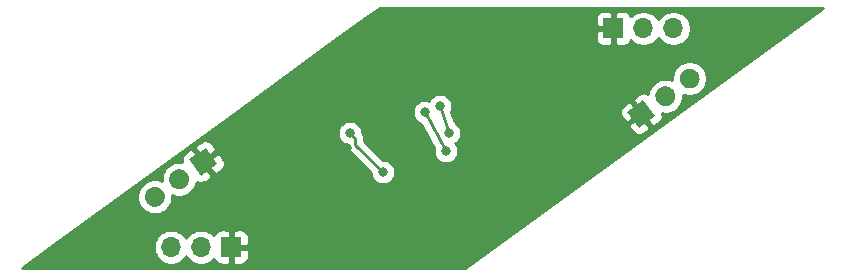
<source format=gbr>
%TF.GenerationSoftware,KiCad,Pcbnew,5.1.8*%
%TF.CreationDate,2020-12-23T16:20:00-05:00*%
%TF.ProjectId,penroserombus_thin_40mm,70656e72-6f73-4657-926f-6d6275735f74,rev?*%
%TF.SameCoordinates,Original*%
%TF.FileFunction,Copper,L2,Bot*%
%TF.FilePolarity,Positive*%
%FSLAX46Y46*%
G04 Gerber Fmt 4.6, Leading zero omitted, Abs format (unit mm)*
G04 Created by KiCad (PCBNEW 5.1.8) date 2020-12-23 16:20:00*
%MOMM*%
%LPD*%
G01*
G04 APERTURE LIST*
%TA.AperFunction,ComponentPad*%
%ADD10C,0.100000*%
%TD*%
%TA.AperFunction,ComponentPad*%
%ADD11O,1.700000X1.700000*%
%TD*%
%TA.AperFunction,ComponentPad*%
%ADD12R,1.700000X1.700000*%
%TD*%
%TA.AperFunction,ViaPad*%
%ADD13C,0.800000*%
%TD*%
%TA.AperFunction,Conductor*%
%ADD14C,0.250000*%
%TD*%
%TA.AperFunction,Conductor*%
%ADD15C,0.254000*%
%TD*%
%TA.AperFunction,Conductor*%
%ADD16C,0.100000*%
%TD*%
G04 APERTURE END LIST*
%TA.AperFunction,ComponentPad*%
D10*
%TO.P,J3,1*%
%TO.N,GND*%
G36*
X135261566Y-75128791D02*
G01*
X136636895Y-74129556D01*
X137636130Y-75504885D01*
X136260801Y-76504120D01*
X135261566Y-75128791D01*
G37*
%TD.AperFunction*%
%TO.P,J3,2*%
%TO.N,VCC*%
%TA.AperFunction,ComponentPad*%
G36*
G01*
X133894328Y-76122149D02*
X133894328Y-76122149D01*
G75*
G02*
X135081609Y-76310196I499617J-687664D01*
G01*
X135081609Y-76310196D01*
G75*
G02*
X134893562Y-77497477I-687664J-499617D01*
G01*
X134893562Y-77497477D01*
G75*
G02*
X133706281Y-77309430I-499617J687664D01*
G01*
X133706281Y-77309430D01*
G75*
G02*
X133894328Y-76122149I687664J499617D01*
G01*
G37*
%TD.AperFunction*%
%TO.P,J3,3*%
%TO.N,Net-(D1-Pad4)*%
%TA.AperFunction,ComponentPad*%
G36*
G01*
X131839425Y-77615123D02*
X131839425Y-77615123D01*
G75*
G02*
X133026706Y-77803170I499617J-687664D01*
G01*
X133026706Y-77803170D01*
G75*
G02*
X132838659Y-78990451I-687664J-499617D01*
G01*
X132838659Y-78990451D01*
G75*
G02*
X131651378Y-78802404I-499617J687664D01*
G01*
X131651378Y-78802404D01*
G75*
G02*
X131839425Y-77615123I687664J499617D01*
G01*
G37*
%TD.AperFunction*%
%TD*%
D11*
%TO.P,J1,3*%
%TO.N,Net-(J1-Pad3)*%
X176239724Y-64038590D03*
%TO.P,J1,2*%
%TO.N,VCC*%
X173699724Y-64038590D03*
D12*
%TO.P,J1,1*%
%TO.N,GND*%
X171159724Y-64038590D03*
%TD*%
%TO.P,J2,1*%
%TO.N,GND*%
X138799045Y-82550000D03*
D11*
%TO.P,J2,2*%
%TO.N,VCC*%
X136259045Y-82550000D03*
%TO.P,J2,3*%
%TO.N,Net-(J2-Pad3)*%
X133719045Y-82550000D03*
%TD*%
%TO.P,J4,3*%
%TO.N,Net-(D2-Pad4)*%
%TA.AperFunction,ComponentPad*%
G36*
G01*
X178119344Y-68973468D02*
X178119344Y-68973468D01*
G75*
G02*
X176932063Y-68785421I-499617J687664D01*
G01*
X176932063Y-68785421D01*
G75*
G02*
X177120110Y-67598140I687664J499617D01*
G01*
X177120110Y-67598140D01*
G75*
G02*
X178307391Y-67786187I499617J-687664D01*
G01*
X178307391Y-67786187D01*
G75*
G02*
X178119344Y-68973468I-687664J-499617D01*
G01*
G37*
%TD.AperFunction*%
%TO.P,J4,2*%
%TO.N,VCC*%
%TA.AperFunction,ComponentPad*%
G36*
G01*
X176064441Y-70466442D02*
X176064441Y-70466442D01*
G75*
G02*
X174877160Y-70278395I-499617J687664D01*
G01*
X174877160Y-70278395D01*
G75*
G02*
X175065207Y-69091114I687664J499617D01*
G01*
X175065207Y-69091114D01*
G75*
G02*
X176252488Y-69279161I499617J-687664D01*
G01*
X176252488Y-69279161D01*
G75*
G02*
X176064441Y-70466442I-687664J-499617D01*
G01*
G37*
%TD.AperFunction*%
%TA.AperFunction,ComponentPad*%
D10*
%TO.P,J4,1*%
%TO.N,GND*%
G36*
X174697203Y-71459800D02*
G01*
X173321874Y-72459035D01*
X172322639Y-71083706D01*
X173697968Y-70084471D01*
X174697203Y-71459800D01*
G37*
%TD.AperFunction*%
%TD*%
D13*
%TO.N,GND*%
X148590000Y-74168000D03*
X166333673Y-70140327D03*
%TO.N,Net-(D1-Pad2)*%
X156464000Y-70612000D03*
X157226000Y-72898000D03*
X148844000Y-72898000D03*
X151638000Y-76200000D03*
%TO.N,Net-(D2-Pad2)*%
X155194000Y-71120000D03*
X156972000Y-74422000D03*
%TD*%
D14*
%TO.N,Net-(D1-Pad2)*%
X157226000Y-72898000D02*
X156464000Y-70612000D01*
X149315001Y-73877001D02*
X151638000Y-76200000D01*
X149315001Y-73369001D02*
X149315001Y-73877001D01*
X148844000Y-72898000D02*
X149315001Y-73369001D01*
%TO.N,Net-(D2-Pad2)*%
X155194000Y-71120000D02*
X156972000Y-74422000D01*
%TD*%
D15*
%TO.N,GND*%
X158560230Y-84315000D02*
X121061141Y-84315000D01*
X123691765Y-82403740D01*
X132234045Y-82403740D01*
X132234045Y-82696260D01*
X132291113Y-82983158D01*
X132403055Y-83253411D01*
X132565570Y-83496632D01*
X132772413Y-83703475D01*
X133015634Y-83865990D01*
X133285887Y-83977932D01*
X133572785Y-84035000D01*
X133865305Y-84035000D01*
X134152203Y-83977932D01*
X134422456Y-83865990D01*
X134665677Y-83703475D01*
X134872520Y-83496632D01*
X134989045Y-83322240D01*
X135105570Y-83496632D01*
X135312413Y-83703475D01*
X135555634Y-83865990D01*
X135825887Y-83977932D01*
X136112785Y-84035000D01*
X136405305Y-84035000D01*
X136692203Y-83977932D01*
X136962456Y-83865990D01*
X137205677Y-83703475D01*
X137337532Y-83571620D01*
X137359543Y-83644180D01*
X137418508Y-83754494D01*
X137497860Y-83851185D01*
X137594551Y-83930537D01*
X137704865Y-83989502D01*
X137824563Y-84025812D01*
X137949045Y-84038072D01*
X138513295Y-84035000D01*
X138672045Y-83876250D01*
X138672045Y-82677000D01*
X138926045Y-82677000D01*
X138926045Y-83876250D01*
X139084795Y-84035000D01*
X139649045Y-84038072D01*
X139773527Y-84025812D01*
X139893225Y-83989502D01*
X140003539Y-83930537D01*
X140100230Y-83851185D01*
X140179582Y-83754494D01*
X140238547Y-83644180D01*
X140274857Y-83524482D01*
X140287117Y-83400000D01*
X140284045Y-82835750D01*
X140125295Y-82677000D01*
X138926045Y-82677000D01*
X138672045Y-82677000D01*
X138652045Y-82677000D01*
X138652045Y-82423000D01*
X138672045Y-82423000D01*
X138672045Y-81223750D01*
X138926045Y-81223750D01*
X138926045Y-82423000D01*
X140125295Y-82423000D01*
X140284045Y-82264250D01*
X140287117Y-81700000D01*
X140274857Y-81575518D01*
X140238547Y-81455820D01*
X140179582Y-81345506D01*
X140100230Y-81248815D01*
X140003539Y-81169463D01*
X139893225Y-81110498D01*
X139773527Y-81074188D01*
X139649045Y-81061928D01*
X139084795Y-81065000D01*
X138926045Y-81223750D01*
X138672045Y-81223750D01*
X138513295Y-81065000D01*
X137949045Y-81061928D01*
X137824563Y-81074188D01*
X137704865Y-81110498D01*
X137594551Y-81169463D01*
X137497860Y-81248815D01*
X137418508Y-81345506D01*
X137359543Y-81455820D01*
X137337532Y-81528380D01*
X137205677Y-81396525D01*
X136962456Y-81234010D01*
X136692203Y-81122068D01*
X136405305Y-81065000D01*
X136112785Y-81065000D01*
X135825887Y-81122068D01*
X135555634Y-81234010D01*
X135312413Y-81396525D01*
X135105570Y-81603368D01*
X134989045Y-81777760D01*
X134872520Y-81603368D01*
X134665677Y-81396525D01*
X134422456Y-81234010D01*
X134152203Y-81122068D01*
X133865305Y-81065000D01*
X133572785Y-81065000D01*
X133285887Y-81122068D01*
X133015634Y-81234010D01*
X132772413Y-81396525D01*
X132565570Y-81603368D01*
X132403055Y-81846589D01*
X132291113Y-82116842D01*
X132234045Y-82403740D01*
X123691765Y-82403740D01*
X129537553Y-78156527D01*
X130854042Y-78156527D01*
X130854042Y-78449047D01*
X130911110Y-78735945D01*
X131023052Y-79006198D01*
X131185567Y-79249419D01*
X131392410Y-79456262D01*
X131635631Y-79618777D01*
X131905884Y-79730719D01*
X132192782Y-79787787D01*
X132485302Y-79787787D01*
X132772200Y-79730719D01*
X133042453Y-79618777D01*
X133285674Y-79456262D01*
X133492517Y-79249419D01*
X133655032Y-79006198D01*
X133766974Y-78735945D01*
X133824042Y-78449047D01*
X133824042Y-78181104D01*
X133960787Y-78237745D01*
X134247685Y-78294813D01*
X134540205Y-78294813D01*
X134827103Y-78237745D01*
X135097356Y-78125803D01*
X135340577Y-77963288D01*
X135547420Y-77756445D01*
X135709935Y-77513224D01*
X135821877Y-77242971D01*
X135869366Y-77004229D01*
X135927409Y-77048166D01*
X136039954Y-77102753D01*
X136160985Y-77134336D01*
X136285851Y-77141700D01*
X136409756Y-77124562D01*
X136527936Y-77083581D01*
X136635850Y-77020331D01*
X137090532Y-76686188D01*
X137125653Y-76464446D01*
X136420752Y-75494232D01*
X136404571Y-75505988D01*
X136287560Y-75344934D01*
X136626242Y-75344934D01*
X137331143Y-76315148D01*
X137552886Y-76350269D01*
X138011179Y-76021096D01*
X138104681Y-75938009D01*
X138180176Y-75838277D01*
X138234763Y-75725732D01*
X138266346Y-75604701D01*
X138273710Y-75479835D01*
X138256572Y-75355930D01*
X138215591Y-75237750D01*
X138152341Y-75129836D01*
X137818198Y-74675154D01*
X137596456Y-74640033D01*
X136626242Y-75344934D01*
X136287560Y-75344934D01*
X136255274Y-75300497D01*
X136271454Y-75288742D01*
X135566553Y-74318528D01*
X135344810Y-74283407D01*
X134886517Y-74612580D01*
X134793015Y-74695667D01*
X134717520Y-74795399D01*
X134662933Y-74907944D01*
X134631350Y-75028975D01*
X134623986Y-75153841D01*
X134641124Y-75277746D01*
X134666131Y-75349861D01*
X134540205Y-75324813D01*
X134247685Y-75324813D01*
X133960787Y-75381881D01*
X133690534Y-75493823D01*
X133447313Y-75656338D01*
X133240470Y-75863181D01*
X133077955Y-76106402D01*
X132966013Y-76376655D01*
X132908945Y-76663553D01*
X132908945Y-76931496D01*
X132772200Y-76874855D01*
X132485302Y-76817787D01*
X132192782Y-76817787D01*
X131905884Y-76874855D01*
X131635631Y-76986797D01*
X131392410Y-77149312D01*
X131185567Y-77356155D01*
X131023052Y-77599376D01*
X130911110Y-77869629D01*
X130854042Y-78156527D01*
X129537553Y-78156527D01*
X135025597Y-74169230D01*
X135772043Y-74169230D01*
X136476944Y-75139444D01*
X137447158Y-74434543D01*
X137482279Y-74212800D01*
X137153106Y-73754507D01*
X137070019Y-73661005D01*
X136970287Y-73585510D01*
X136857742Y-73530923D01*
X136736711Y-73499340D01*
X136611845Y-73491976D01*
X136487940Y-73509114D01*
X136369760Y-73550095D01*
X136261846Y-73613345D01*
X135807164Y-73947488D01*
X135772043Y-74169230D01*
X135025597Y-74169230D01*
X136915602Y-72796061D01*
X147809000Y-72796061D01*
X147809000Y-72999939D01*
X147848774Y-73199898D01*
X147926795Y-73388256D01*
X148040063Y-73557774D01*
X148184226Y-73701937D01*
X148353744Y-73815205D01*
X148542102Y-73893226D01*
X148553139Y-73895421D01*
X148555001Y-73914323D01*
X148555001Y-73914334D01*
X148565998Y-74025987D01*
X148609455Y-74169248D01*
X148680027Y-74301277D01*
X148775001Y-74417002D01*
X148803999Y-74440800D01*
X150603000Y-76239802D01*
X150603000Y-76301939D01*
X150642774Y-76501898D01*
X150720795Y-76690256D01*
X150834063Y-76859774D01*
X150978226Y-77003937D01*
X151147744Y-77117205D01*
X151336102Y-77195226D01*
X151536061Y-77235000D01*
X151739939Y-77235000D01*
X151939898Y-77195226D01*
X152128256Y-77117205D01*
X152297774Y-77003937D01*
X152441937Y-76859774D01*
X152555205Y-76690256D01*
X152633226Y-76501898D01*
X152673000Y-76301939D01*
X152673000Y-76098061D01*
X152633226Y-75898102D01*
X152555205Y-75709744D01*
X152441937Y-75540226D01*
X152297774Y-75396063D01*
X152128256Y-75282795D01*
X151939898Y-75204774D01*
X151739939Y-75165000D01*
X151677802Y-75165000D01*
X150075001Y-73562200D01*
X150075001Y-73406323D01*
X150078677Y-73369000D01*
X150075001Y-73331678D01*
X150075001Y-73331668D01*
X150064004Y-73220015D01*
X150020547Y-73076754D01*
X150004635Y-73046985D01*
X149949975Y-72944724D01*
X149911629Y-72898000D01*
X149879000Y-72858242D01*
X149879000Y-72796061D01*
X149839226Y-72596102D01*
X149761205Y-72407744D01*
X149647937Y-72238226D01*
X149503774Y-72094063D01*
X149334256Y-71980795D01*
X149145898Y-71902774D01*
X148945939Y-71863000D01*
X148742061Y-71863000D01*
X148542102Y-71902774D01*
X148353744Y-71980795D01*
X148184226Y-72094063D01*
X148040063Y-72238226D01*
X147926795Y-72407744D01*
X147848774Y-72596102D01*
X147809000Y-72796061D01*
X136915602Y-72796061D01*
X139362809Y-71018061D01*
X154159000Y-71018061D01*
X154159000Y-71221939D01*
X154198774Y-71421898D01*
X154276795Y-71610256D01*
X154390063Y-71779774D01*
X154534226Y-71923937D01*
X154703744Y-72037205D01*
X154859430Y-72101693D01*
X155968544Y-74161477D01*
X155937000Y-74320061D01*
X155937000Y-74523939D01*
X155976774Y-74723898D01*
X156054795Y-74912256D01*
X156168063Y-75081774D01*
X156312226Y-75225937D01*
X156481744Y-75339205D01*
X156670102Y-75417226D01*
X156870061Y-75457000D01*
X157073939Y-75457000D01*
X157273898Y-75417226D01*
X157462256Y-75339205D01*
X157631774Y-75225937D01*
X157775937Y-75081774D01*
X157889205Y-74912256D01*
X157967226Y-74723898D01*
X158007000Y-74523939D01*
X158007000Y-74320061D01*
X157967226Y-74120102D01*
X157889205Y-73931744D01*
X157781989Y-73771284D01*
X157885774Y-73701937D01*
X158029937Y-73557774D01*
X158143205Y-73388256D01*
X158221226Y-73199898D01*
X158261000Y-72999939D01*
X158261000Y-72796061D01*
X158221226Y-72596102D01*
X158143205Y-72407744D01*
X158121855Y-72375791D01*
X172476490Y-72375791D01*
X172805663Y-72834084D01*
X172888750Y-72927586D01*
X172988482Y-73003081D01*
X173101027Y-73057668D01*
X173222058Y-73089251D01*
X173346924Y-73096615D01*
X173470829Y-73079477D01*
X173589009Y-73038496D01*
X173696923Y-72975246D01*
X174151605Y-72641103D01*
X174186726Y-72419361D01*
X173481825Y-71449147D01*
X172511611Y-72154048D01*
X172476490Y-72375791D01*
X158121855Y-72375791D01*
X158029937Y-72238226D01*
X157885774Y-72094063D01*
X157722842Y-71985196D01*
X157430696Y-71108756D01*
X171685059Y-71108756D01*
X171702197Y-71232661D01*
X171743178Y-71350841D01*
X171806428Y-71458755D01*
X172140571Y-71913437D01*
X172362313Y-71948558D01*
X173332527Y-71243657D01*
X172627626Y-70273443D01*
X172405883Y-70238322D01*
X171947590Y-70567495D01*
X171854088Y-70650582D01*
X171778593Y-70750314D01*
X171724006Y-70862859D01*
X171692423Y-70983890D01*
X171685059Y-71108756D01*
X157430696Y-71108756D01*
X157407427Y-71038951D01*
X157459226Y-70913898D01*
X157499000Y-70713939D01*
X157499000Y-70510061D01*
X157459226Y-70310102D01*
X157382200Y-70124145D01*
X172833116Y-70124145D01*
X173538017Y-71094359D01*
X173554198Y-71082603D01*
X173703495Y-71288094D01*
X173687315Y-71299849D01*
X174392216Y-72270063D01*
X174613959Y-72305184D01*
X175072252Y-71976011D01*
X175165754Y-71892924D01*
X175241249Y-71793192D01*
X175295836Y-71680647D01*
X175327419Y-71559616D01*
X175334783Y-71434750D01*
X175317645Y-71310845D01*
X175292638Y-71238730D01*
X175418564Y-71263778D01*
X175711084Y-71263778D01*
X175997982Y-71206710D01*
X176268235Y-71094768D01*
X176511456Y-70932253D01*
X176718299Y-70725410D01*
X176880814Y-70482189D01*
X176992756Y-70211936D01*
X177049824Y-69925038D01*
X177049824Y-69657095D01*
X177186569Y-69713736D01*
X177473467Y-69770804D01*
X177765987Y-69770804D01*
X178052885Y-69713736D01*
X178323138Y-69601794D01*
X178566359Y-69439279D01*
X178773202Y-69232436D01*
X178935717Y-68989215D01*
X179047659Y-68718962D01*
X179104727Y-68432064D01*
X179104727Y-68139544D01*
X179047659Y-67852646D01*
X178935717Y-67582393D01*
X178773202Y-67339172D01*
X178566359Y-67132329D01*
X178323138Y-66969814D01*
X178052885Y-66857872D01*
X177765987Y-66800804D01*
X177473467Y-66800804D01*
X177186569Y-66857872D01*
X176916316Y-66969814D01*
X176673095Y-67132329D01*
X176466252Y-67339172D01*
X176303737Y-67582393D01*
X176191795Y-67852646D01*
X176134727Y-68139544D01*
X176134727Y-68407487D01*
X175997982Y-68350846D01*
X175711084Y-68293778D01*
X175418564Y-68293778D01*
X175131666Y-68350846D01*
X174861413Y-68462788D01*
X174618192Y-68625303D01*
X174411349Y-68832146D01*
X174248834Y-69075367D01*
X174136892Y-69345620D01*
X174089403Y-69584362D01*
X174031360Y-69540425D01*
X173918815Y-69485838D01*
X173797784Y-69454255D01*
X173672918Y-69446891D01*
X173549013Y-69464029D01*
X173430833Y-69505010D01*
X173322919Y-69568260D01*
X172868237Y-69902403D01*
X172833116Y-70124145D01*
X157382200Y-70124145D01*
X157381205Y-70121744D01*
X157267937Y-69952226D01*
X157123774Y-69808063D01*
X156954256Y-69694795D01*
X156765898Y-69616774D01*
X156565939Y-69577000D01*
X156362061Y-69577000D01*
X156162102Y-69616774D01*
X155973744Y-69694795D01*
X155804226Y-69808063D01*
X155660063Y-69952226D01*
X155546795Y-70121744D01*
X155538270Y-70142325D01*
X155495898Y-70124774D01*
X155295939Y-70085000D01*
X155092061Y-70085000D01*
X154892102Y-70124774D01*
X154703744Y-70202795D01*
X154534226Y-70316063D01*
X154390063Y-70460226D01*
X154276795Y-70629744D01*
X154198774Y-70818102D01*
X154159000Y-71018061D01*
X139362809Y-71018061D01*
X147799303Y-64888590D01*
X169671652Y-64888590D01*
X169683912Y-65013072D01*
X169720222Y-65132770D01*
X169779187Y-65243084D01*
X169858539Y-65339775D01*
X169955230Y-65419127D01*
X170065544Y-65478092D01*
X170185242Y-65514402D01*
X170309724Y-65526662D01*
X170873974Y-65523590D01*
X171032724Y-65364840D01*
X171032724Y-64165590D01*
X169833474Y-64165590D01*
X169674724Y-64324340D01*
X169671652Y-64888590D01*
X147799303Y-64888590D01*
X150139153Y-63188590D01*
X169671652Y-63188590D01*
X169674724Y-63752840D01*
X169833474Y-63911590D01*
X171032724Y-63911590D01*
X171032724Y-62712340D01*
X171286724Y-62712340D01*
X171286724Y-63911590D01*
X171306724Y-63911590D01*
X171306724Y-64165590D01*
X171286724Y-64165590D01*
X171286724Y-65364840D01*
X171445474Y-65523590D01*
X172009724Y-65526662D01*
X172134206Y-65514402D01*
X172253904Y-65478092D01*
X172364218Y-65419127D01*
X172460909Y-65339775D01*
X172540261Y-65243084D01*
X172599226Y-65132770D01*
X172621237Y-65060210D01*
X172753092Y-65192065D01*
X172996313Y-65354580D01*
X173266566Y-65466522D01*
X173553464Y-65523590D01*
X173845984Y-65523590D01*
X174132882Y-65466522D01*
X174403135Y-65354580D01*
X174646356Y-65192065D01*
X174853199Y-64985222D01*
X174969724Y-64810830D01*
X175086249Y-64985222D01*
X175293092Y-65192065D01*
X175536313Y-65354580D01*
X175806566Y-65466522D01*
X176093464Y-65523590D01*
X176385984Y-65523590D01*
X176672882Y-65466522D01*
X176943135Y-65354580D01*
X177186356Y-65192065D01*
X177393199Y-64985222D01*
X177555714Y-64742001D01*
X177667656Y-64471748D01*
X177724724Y-64184850D01*
X177724724Y-63892330D01*
X177667656Y-63605432D01*
X177555714Y-63335179D01*
X177393199Y-63091958D01*
X177186356Y-62885115D01*
X176943135Y-62722600D01*
X176672882Y-62610658D01*
X176385984Y-62553590D01*
X176093464Y-62553590D01*
X175806566Y-62610658D01*
X175536313Y-62722600D01*
X175293092Y-62885115D01*
X175086249Y-63091958D01*
X174969724Y-63266350D01*
X174853199Y-63091958D01*
X174646356Y-62885115D01*
X174403135Y-62722600D01*
X174132882Y-62610658D01*
X173845984Y-62553590D01*
X173553464Y-62553590D01*
X173266566Y-62610658D01*
X172996313Y-62722600D01*
X172753092Y-62885115D01*
X172621237Y-63016970D01*
X172599226Y-62944410D01*
X172540261Y-62834096D01*
X172460909Y-62737405D01*
X172364218Y-62658053D01*
X172253904Y-62599088D01*
X172134206Y-62562778D01*
X172009724Y-62550518D01*
X171445474Y-62553590D01*
X171286724Y-62712340D01*
X171032724Y-62712340D01*
X170873974Y-62553590D01*
X170309724Y-62550518D01*
X170185242Y-62562778D01*
X170065544Y-62599088D01*
X169955230Y-62658053D01*
X169858539Y-62737405D01*
X169779187Y-62834096D01*
X169720222Y-62944410D01*
X169683912Y-63064108D01*
X169671652Y-63188590D01*
X150139153Y-63188590D01*
X151398542Y-62273591D01*
X188897627Y-62273591D01*
X158560230Y-84315000D01*
%TA.AperFunction,Conductor*%
D16*
G36*
X158560230Y-84315000D02*
G01*
X121061141Y-84315000D01*
X123691765Y-82403740D01*
X132234045Y-82403740D01*
X132234045Y-82696260D01*
X132291113Y-82983158D01*
X132403055Y-83253411D01*
X132565570Y-83496632D01*
X132772413Y-83703475D01*
X133015634Y-83865990D01*
X133285887Y-83977932D01*
X133572785Y-84035000D01*
X133865305Y-84035000D01*
X134152203Y-83977932D01*
X134422456Y-83865990D01*
X134665677Y-83703475D01*
X134872520Y-83496632D01*
X134989045Y-83322240D01*
X135105570Y-83496632D01*
X135312413Y-83703475D01*
X135555634Y-83865990D01*
X135825887Y-83977932D01*
X136112785Y-84035000D01*
X136405305Y-84035000D01*
X136692203Y-83977932D01*
X136962456Y-83865990D01*
X137205677Y-83703475D01*
X137337532Y-83571620D01*
X137359543Y-83644180D01*
X137418508Y-83754494D01*
X137497860Y-83851185D01*
X137594551Y-83930537D01*
X137704865Y-83989502D01*
X137824563Y-84025812D01*
X137949045Y-84038072D01*
X138513295Y-84035000D01*
X138672045Y-83876250D01*
X138672045Y-82677000D01*
X138926045Y-82677000D01*
X138926045Y-83876250D01*
X139084795Y-84035000D01*
X139649045Y-84038072D01*
X139773527Y-84025812D01*
X139893225Y-83989502D01*
X140003539Y-83930537D01*
X140100230Y-83851185D01*
X140179582Y-83754494D01*
X140238547Y-83644180D01*
X140274857Y-83524482D01*
X140287117Y-83400000D01*
X140284045Y-82835750D01*
X140125295Y-82677000D01*
X138926045Y-82677000D01*
X138672045Y-82677000D01*
X138652045Y-82677000D01*
X138652045Y-82423000D01*
X138672045Y-82423000D01*
X138672045Y-81223750D01*
X138926045Y-81223750D01*
X138926045Y-82423000D01*
X140125295Y-82423000D01*
X140284045Y-82264250D01*
X140287117Y-81700000D01*
X140274857Y-81575518D01*
X140238547Y-81455820D01*
X140179582Y-81345506D01*
X140100230Y-81248815D01*
X140003539Y-81169463D01*
X139893225Y-81110498D01*
X139773527Y-81074188D01*
X139649045Y-81061928D01*
X139084795Y-81065000D01*
X138926045Y-81223750D01*
X138672045Y-81223750D01*
X138513295Y-81065000D01*
X137949045Y-81061928D01*
X137824563Y-81074188D01*
X137704865Y-81110498D01*
X137594551Y-81169463D01*
X137497860Y-81248815D01*
X137418508Y-81345506D01*
X137359543Y-81455820D01*
X137337532Y-81528380D01*
X137205677Y-81396525D01*
X136962456Y-81234010D01*
X136692203Y-81122068D01*
X136405305Y-81065000D01*
X136112785Y-81065000D01*
X135825887Y-81122068D01*
X135555634Y-81234010D01*
X135312413Y-81396525D01*
X135105570Y-81603368D01*
X134989045Y-81777760D01*
X134872520Y-81603368D01*
X134665677Y-81396525D01*
X134422456Y-81234010D01*
X134152203Y-81122068D01*
X133865305Y-81065000D01*
X133572785Y-81065000D01*
X133285887Y-81122068D01*
X133015634Y-81234010D01*
X132772413Y-81396525D01*
X132565570Y-81603368D01*
X132403055Y-81846589D01*
X132291113Y-82116842D01*
X132234045Y-82403740D01*
X123691765Y-82403740D01*
X129537553Y-78156527D01*
X130854042Y-78156527D01*
X130854042Y-78449047D01*
X130911110Y-78735945D01*
X131023052Y-79006198D01*
X131185567Y-79249419D01*
X131392410Y-79456262D01*
X131635631Y-79618777D01*
X131905884Y-79730719D01*
X132192782Y-79787787D01*
X132485302Y-79787787D01*
X132772200Y-79730719D01*
X133042453Y-79618777D01*
X133285674Y-79456262D01*
X133492517Y-79249419D01*
X133655032Y-79006198D01*
X133766974Y-78735945D01*
X133824042Y-78449047D01*
X133824042Y-78181104D01*
X133960787Y-78237745D01*
X134247685Y-78294813D01*
X134540205Y-78294813D01*
X134827103Y-78237745D01*
X135097356Y-78125803D01*
X135340577Y-77963288D01*
X135547420Y-77756445D01*
X135709935Y-77513224D01*
X135821877Y-77242971D01*
X135869366Y-77004229D01*
X135927409Y-77048166D01*
X136039954Y-77102753D01*
X136160985Y-77134336D01*
X136285851Y-77141700D01*
X136409756Y-77124562D01*
X136527936Y-77083581D01*
X136635850Y-77020331D01*
X137090532Y-76686188D01*
X137125653Y-76464446D01*
X136420752Y-75494232D01*
X136404571Y-75505988D01*
X136287560Y-75344934D01*
X136626242Y-75344934D01*
X137331143Y-76315148D01*
X137552886Y-76350269D01*
X138011179Y-76021096D01*
X138104681Y-75938009D01*
X138180176Y-75838277D01*
X138234763Y-75725732D01*
X138266346Y-75604701D01*
X138273710Y-75479835D01*
X138256572Y-75355930D01*
X138215591Y-75237750D01*
X138152341Y-75129836D01*
X137818198Y-74675154D01*
X137596456Y-74640033D01*
X136626242Y-75344934D01*
X136287560Y-75344934D01*
X136255274Y-75300497D01*
X136271454Y-75288742D01*
X135566553Y-74318528D01*
X135344810Y-74283407D01*
X134886517Y-74612580D01*
X134793015Y-74695667D01*
X134717520Y-74795399D01*
X134662933Y-74907944D01*
X134631350Y-75028975D01*
X134623986Y-75153841D01*
X134641124Y-75277746D01*
X134666131Y-75349861D01*
X134540205Y-75324813D01*
X134247685Y-75324813D01*
X133960787Y-75381881D01*
X133690534Y-75493823D01*
X133447313Y-75656338D01*
X133240470Y-75863181D01*
X133077955Y-76106402D01*
X132966013Y-76376655D01*
X132908945Y-76663553D01*
X132908945Y-76931496D01*
X132772200Y-76874855D01*
X132485302Y-76817787D01*
X132192782Y-76817787D01*
X131905884Y-76874855D01*
X131635631Y-76986797D01*
X131392410Y-77149312D01*
X131185567Y-77356155D01*
X131023052Y-77599376D01*
X130911110Y-77869629D01*
X130854042Y-78156527D01*
X129537553Y-78156527D01*
X135025597Y-74169230D01*
X135772043Y-74169230D01*
X136476944Y-75139444D01*
X137447158Y-74434543D01*
X137482279Y-74212800D01*
X137153106Y-73754507D01*
X137070019Y-73661005D01*
X136970287Y-73585510D01*
X136857742Y-73530923D01*
X136736711Y-73499340D01*
X136611845Y-73491976D01*
X136487940Y-73509114D01*
X136369760Y-73550095D01*
X136261846Y-73613345D01*
X135807164Y-73947488D01*
X135772043Y-74169230D01*
X135025597Y-74169230D01*
X136915602Y-72796061D01*
X147809000Y-72796061D01*
X147809000Y-72999939D01*
X147848774Y-73199898D01*
X147926795Y-73388256D01*
X148040063Y-73557774D01*
X148184226Y-73701937D01*
X148353744Y-73815205D01*
X148542102Y-73893226D01*
X148553139Y-73895421D01*
X148555001Y-73914323D01*
X148555001Y-73914334D01*
X148565998Y-74025987D01*
X148609455Y-74169248D01*
X148680027Y-74301277D01*
X148775001Y-74417002D01*
X148803999Y-74440800D01*
X150603000Y-76239802D01*
X150603000Y-76301939D01*
X150642774Y-76501898D01*
X150720795Y-76690256D01*
X150834063Y-76859774D01*
X150978226Y-77003937D01*
X151147744Y-77117205D01*
X151336102Y-77195226D01*
X151536061Y-77235000D01*
X151739939Y-77235000D01*
X151939898Y-77195226D01*
X152128256Y-77117205D01*
X152297774Y-77003937D01*
X152441937Y-76859774D01*
X152555205Y-76690256D01*
X152633226Y-76501898D01*
X152673000Y-76301939D01*
X152673000Y-76098061D01*
X152633226Y-75898102D01*
X152555205Y-75709744D01*
X152441937Y-75540226D01*
X152297774Y-75396063D01*
X152128256Y-75282795D01*
X151939898Y-75204774D01*
X151739939Y-75165000D01*
X151677802Y-75165000D01*
X150075001Y-73562200D01*
X150075001Y-73406323D01*
X150078677Y-73369000D01*
X150075001Y-73331678D01*
X150075001Y-73331668D01*
X150064004Y-73220015D01*
X150020547Y-73076754D01*
X150004635Y-73046985D01*
X149949975Y-72944724D01*
X149911629Y-72898000D01*
X149879000Y-72858242D01*
X149879000Y-72796061D01*
X149839226Y-72596102D01*
X149761205Y-72407744D01*
X149647937Y-72238226D01*
X149503774Y-72094063D01*
X149334256Y-71980795D01*
X149145898Y-71902774D01*
X148945939Y-71863000D01*
X148742061Y-71863000D01*
X148542102Y-71902774D01*
X148353744Y-71980795D01*
X148184226Y-72094063D01*
X148040063Y-72238226D01*
X147926795Y-72407744D01*
X147848774Y-72596102D01*
X147809000Y-72796061D01*
X136915602Y-72796061D01*
X139362809Y-71018061D01*
X154159000Y-71018061D01*
X154159000Y-71221939D01*
X154198774Y-71421898D01*
X154276795Y-71610256D01*
X154390063Y-71779774D01*
X154534226Y-71923937D01*
X154703744Y-72037205D01*
X154859430Y-72101693D01*
X155968544Y-74161477D01*
X155937000Y-74320061D01*
X155937000Y-74523939D01*
X155976774Y-74723898D01*
X156054795Y-74912256D01*
X156168063Y-75081774D01*
X156312226Y-75225937D01*
X156481744Y-75339205D01*
X156670102Y-75417226D01*
X156870061Y-75457000D01*
X157073939Y-75457000D01*
X157273898Y-75417226D01*
X157462256Y-75339205D01*
X157631774Y-75225937D01*
X157775937Y-75081774D01*
X157889205Y-74912256D01*
X157967226Y-74723898D01*
X158007000Y-74523939D01*
X158007000Y-74320061D01*
X157967226Y-74120102D01*
X157889205Y-73931744D01*
X157781989Y-73771284D01*
X157885774Y-73701937D01*
X158029937Y-73557774D01*
X158143205Y-73388256D01*
X158221226Y-73199898D01*
X158261000Y-72999939D01*
X158261000Y-72796061D01*
X158221226Y-72596102D01*
X158143205Y-72407744D01*
X158121855Y-72375791D01*
X172476490Y-72375791D01*
X172805663Y-72834084D01*
X172888750Y-72927586D01*
X172988482Y-73003081D01*
X173101027Y-73057668D01*
X173222058Y-73089251D01*
X173346924Y-73096615D01*
X173470829Y-73079477D01*
X173589009Y-73038496D01*
X173696923Y-72975246D01*
X174151605Y-72641103D01*
X174186726Y-72419361D01*
X173481825Y-71449147D01*
X172511611Y-72154048D01*
X172476490Y-72375791D01*
X158121855Y-72375791D01*
X158029937Y-72238226D01*
X157885774Y-72094063D01*
X157722842Y-71985196D01*
X157430696Y-71108756D01*
X171685059Y-71108756D01*
X171702197Y-71232661D01*
X171743178Y-71350841D01*
X171806428Y-71458755D01*
X172140571Y-71913437D01*
X172362313Y-71948558D01*
X173332527Y-71243657D01*
X172627626Y-70273443D01*
X172405883Y-70238322D01*
X171947590Y-70567495D01*
X171854088Y-70650582D01*
X171778593Y-70750314D01*
X171724006Y-70862859D01*
X171692423Y-70983890D01*
X171685059Y-71108756D01*
X157430696Y-71108756D01*
X157407427Y-71038951D01*
X157459226Y-70913898D01*
X157499000Y-70713939D01*
X157499000Y-70510061D01*
X157459226Y-70310102D01*
X157382200Y-70124145D01*
X172833116Y-70124145D01*
X173538017Y-71094359D01*
X173554198Y-71082603D01*
X173703495Y-71288094D01*
X173687315Y-71299849D01*
X174392216Y-72270063D01*
X174613959Y-72305184D01*
X175072252Y-71976011D01*
X175165754Y-71892924D01*
X175241249Y-71793192D01*
X175295836Y-71680647D01*
X175327419Y-71559616D01*
X175334783Y-71434750D01*
X175317645Y-71310845D01*
X175292638Y-71238730D01*
X175418564Y-71263778D01*
X175711084Y-71263778D01*
X175997982Y-71206710D01*
X176268235Y-71094768D01*
X176511456Y-70932253D01*
X176718299Y-70725410D01*
X176880814Y-70482189D01*
X176992756Y-70211936D01*
X177049824Y-69925038D01*
X177049824Y-69657095D01*
X177186569Y-69713736D01*
X177473467Y-69770804D01*
X177765987Y-69770804D01*
X178052885Y-69713736D01*
X178323138Y-69601794D01*
X178566359Y-69439279D01*
X178773202Y-69232436D01*
X178935717Y-68989215D01*
X179047659Y-68718962D01*
X179104727Y-68432064D01*
X179104727Y-68139544D01*
X179047659Y-67852646D01*
X178935717Y-67582393D01*
X178773202Y-67339172D01*
X178566359Y-67132329D01*
X178323138Y-66969814D01*
X178052885Y-66857872D01*
X177765987Y-66800804D01*
X177473467Y-66800804D01*
X177186569Y-66857872D01*
X176916316Y-66969814D01*
X176673095Y-67132329D01*
X176466252Y-67339172D01*
X176303737Y-67582393D01*
X176191795Y-67852646D01*
X176134727Y-68139544D01*
X176134727Y-68407487D01*
X175997982Y-68350846D01*
X175711084Y-68293778D01*
X175418564Y-68293778D01*
X175131666Y-68350846D01*
X174861413Y-68462788D01*
X174618192Y-68625303D01*
X174411349Y-68832146D01*
X174248834Y-69075367D01*
X174136892Y-69345620D01*
X174089403Y-69584362D01*
X174031360Y-69540425D01*
X173918815Y-69485838D01*
X173797784Y-69454255D01*
X173672918Y-69446891D01*
X173549013Y-69464029D01*
X173430833Y-69505010D01*
X173322919Y-69568260D01*
X172868237Y-69902403D01*
X172833116Y-70124145D01*
X157382200Y-70124145D01*
X157381205Y-70121744D01*
X157267937Y-69952226D01*
X157123774Y-69808063D01*
X156954256Y-69694795D01*
X156765898Y-69616774D01*
X156565939Y-69577000D01*
X156362061Y-69577000D01*
X156162102Y-69616774D01*
X155973744Y-69694795D01*
X155804226Y-69808063D01*
X155660063Y-69952226D01*
X155546795Y-70121744D01*
X155538270Y-70142325D01*
X155495898Y-70124774D01*
X155295939Y-70085000D01*
X155092061Y-70085000D01*
X154892102Y-70124774D01*
X154703744Y-70202795D01*
X154534226Y-70316063D01*
X154390063Y-70460226D01*
X154276795Y-70629744D01*
X154198774Y-70818102D01*
X154159000Y-71018061D01*
X139362809Y-71018061D01*
X147799303Y-64888590D01*
X169671652Y-64888590D01*
X169683912Y-65013072D01*
X169720222Y-65132770D01*
X169779187Y-65243084D01*
X169858539Y-65339775D01*
X169955230Y-65419127D01*
X170065544Y-65478092D01*
X170185242Y-65514402D01*
X170309724Y-65526662D01*
X170873974Y-65523590D01*
X171032724Y-65364840D01*
X171032724Y-64165590D01*
X169833474Y-64165590D01*
X169674724Y-64324340D01*
X169671652Y-64888590D01*
X147799303Y-64888590D01*
X150139153Y-63188590D01*
X169671652Y-63188590D01*
X169674724Y-63752840D01*
X169833474Y-63911590D01*
X171032724Y-63911590D01*
X171032724Y-62712340D01*
X171286724Y-62712340D01*
X171286724Y-63911590D01*
X171306724Y-63911590D01*
X171306724Y-64165590D01*
X171286724Y-64165590D01*
X171286724Y-65364840D01*
X171445474Y-65523590D01*
X172009724Y-65526662D01*
X172134206Y-65514402D01*
X172253904Y-65478092D01*
X172364218Y-65419127D01*
X172460909Y-65339775D01*
X172540261Y-65243084D01*
X172599226Y-65132770D01*
X172621237Y-65060210D01*
X172753092Y-65192065D01*
X172996313Y-65354580D01*
X173266566Y-65466522D01*
X173553464Y-65523590D01*
X173845984Y-65523590D01*
X174132882Y-65466522D01*
X174403135Y-65354580D01*
X174646356Y-65192065D01*
X174853199Y-64985222D01*
X174969724Y-64810830D01*
X175086249Y-64985222D01*
X175293092Y-65192065D01*
X175536313Y-65354580D01*
X175806566Y-65466522D01*
X176093464Y-65523590D01*
X176385984Y-65523590D01*
X176672882Y-65466522D01*
X176943135Y-65354580D01*
X177186356Y-65192065D01*
X177393199Y-64985222D01*
X177555714Y-64742001D01*
X177667656Y-64471748D01*
X177724724Y-64184850D01*
X177724724Y-63892330D01*
X177667656Y-63605432D01*
X177555714Y-63335179D01*
X177393199Y-63091958D01*
X177186356Y-62885115D01*
X176943135Y-62722600D01*
X176672882Y-62610658D01*
X176385984Y-62553590D01*
X176093464Y-62553590D01*
X175806566Y-62610658D01*
X175536313Y-62722600D01*
X175293092Y-62885115D01*
X175086249Y-63091958D01*
X174969724Y-63266350D01*
X174853199Y-63091958D01*
X174646356Y-62885115D01*
X174403135Y-62722600D01*
X174132882Y-62610658D01*
X173845984Y-62553590D01*
X173553464Y-62553590D01*
X173266566Y-62610658D01*
X172996313Y-62722600D01*
X172753092Y-62885115D01*
X172621237Y-63016970D01*
X172599226Y-62944410D01*
X172540261Y-62834096D01*
X172460909Y-62737405D01*
X172364218Y-62658053D01*
X172253904Y-62599088D01*
X172134206Y-62562778D01*
X172009724Y-62550518D01*
X171445474Y-62553590D01*
X171286724Y-62712340D01*
X171032724Y-62712340D01*
X170873974Y-62553590D01*
X170309724Y-62550518D01*
X170185242Y-62562778D01*
X170065544Y-62599088D01*
X169955230Y-62658053D01*
X169858539Y-62737405D01*
X169779187Y-62834096D01*
X169720222Y-62944410D01*
X169683912Y-63064108D01*
X169671652Y-63188590D01*
X150139153Y-63188590D01*
X151398542Y-62273591D01*
X188897627Y-62273591D01*
X158560230Y-84315000D01*
G37*
%TD.AperFunction*%
%TD*%
M02*

</source>
